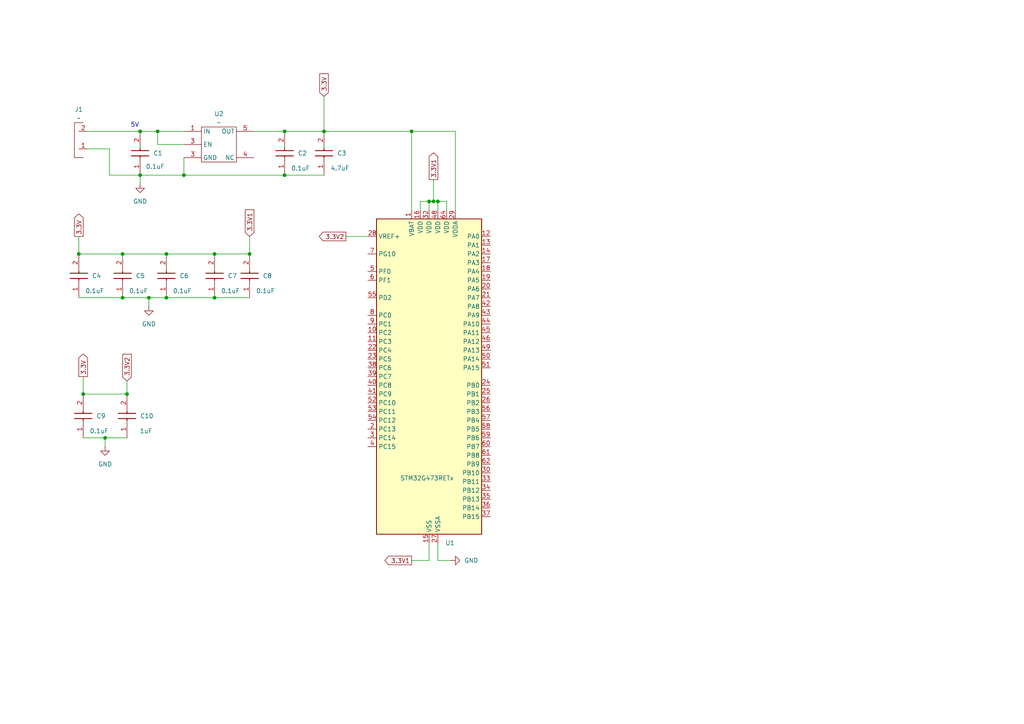
<source format=kicad_sch>
(kicad_sch (version 20250114) (generator "eeschema") (generator_version "9.0")
  (paper "A4")
  (lib_symbols
    (symbol "MCU_ST_STM32G4:STM32G473RETx"
      (property "Reference" "U" (at -15.24 46.99 0))
      (property "Value" "STM32G473RETx" (at 10.16 46.99 0))
      (symbol "STM32G473RETx_0_1"
        (rectangle (start -15.24 -45.72) (end 15.24 45.72) (stroke (width 0.254)) (fill (type background)))
      )
      (symbol "STM32G473RETx_1_1"
        (pin input line (at -17.78 40.64 0) (length 2.54) (name "VREF+") (number "28"))
        (pin bidirectional line (at -17.78 35.56 0) (length 2.54) (name "PG10") (number "7"))
        (pin bidirectional line (at -17.78 30.48 0) (length 2.54) (name "PF0") (number "5"))
        (pin bidirectional line (at -17.78 27.94 0) (length 2.54) (name "PF1") (number "6"))
        (pin bidirectional line (at -17.78 22.86 0) (length 2.54) (name "PD2") (number "55"))
        (pin bidirectional line (at -17.78 17.78 0) (length 2.54) (name "PC0") (number "8"))
        (pin bidirectional line (at -17.78 15.24 0) (length 2.54) (name "PC1") (number "9"))
        (pin bidirectional line (at -17.78 12.7 0) (length 2.54) (name "PC2") (number "10"))
        (pin bidirectional line (at -17.78 10.16 0) (length 2.54) (name "PC3") (number "11"))
        (pin bidirectional line (at -17.78 7.62 0) (length 2.54) (name "PC4") (number "22"))
        (pin bidirectional line (at -17.78 5.08 0) (length 2.54) (name "PC5") (number "23"))
        (pin bidirectional line (at -17.78 2.54 0) (length 2.54) (name "PC6") (number "38"))
        (pin bidirectional line (at -17.78 0 0) (length 2.54) (name "PC7") (number "39"))
        (pin bidirectional line (at -17.78 -2.54 0) (length 2.54) (name "PC8") (number "40"))
        (pin bidirectional line (at -17.78 -5.08 0) (length 2.54) (name "PC9") (number "41"))
        (pin bidirectional line (at -17.78 -7.62 0) (length 2.54) (name "PC10") (number "52"))
        (pin bidirectional line (at -17.78 -10.16 0) (length 2.54) (name "PC11") (number "53"))
        (pin bidirectional line (at -17.78 -12.7 0) (length 2.54) (name "PC12") (number "54"))
        (pin bidirectional line (at -17.78 -15.24 0) (length 2.54) (name "PC13") (number "2"))
        (pin bidirectional line (at -17.78 -17.78 0) (length 2.54) (name "PC14") (number "3"))
        (pin bidirectional line (at -17.78 -20.32 0) (length 2.54) (name "PC15") (number "4"))
        (pin power_in line (at -5.08 48.26 270) (length 2.54) (name "VBAT") (number "1"))
        (pin power_in line (at -2.54 48.26 270) (length 2.54) (name "VDD") (number "16"))
        (pin power_in line (at 0 48.26 270) (length 2.54) (name "VDD") (number "32"))
        (pin power_in line (at 0 -48.26 90) (length 2.54) (name "VSS") (number "15"))
        (pin passive line (at 0 -48.26 90) (length 2.54) (hide yes) (name "VSS") (number "31"))
        (pin passive line (at 0 -48.26 90) (length 2.54) (hide yes) (name "VSS") (number "47"))
        (pin passive line (at 0 -48.26 90) (length 2.54) (hide yes) (name "VSS") (number "63"))
        (pin power_in line (at 2.54 48.26 270) (length 2.54) (name "VDD") (number "48"))
        (pin power_in line (at 2.54 -48.26 90) (length 2.54) (name "VSSA") (number "27"))
        (pin power_in line (at 5.08 48.26 270) (length 2.54) (name "VDD") (number "64"))
        (pin power_in line (at 7.62 48.26 270) (length 2.54) (name "VDDA") (number "29"))
        (pin bidirectional line (at 17.78 40.64 180) (length 2.54) (name "PA0") (number "12"))
        (pin bidirectional line (at 17.78 38.1 180) (length 2.54) (name "PA1") (number "13"))
        (pin bidirectional line (at 17.78 35.56 180) (length 2.54) (name "PA2") (number "14"))
        (pin bidirectional line (at 17.78 33.02 180) (length 2.54) (name "PA3") (number "17"))
        (pin bidirectional line (at 17.78 30.48 180) (length 2.54) (name "PA4") (number "18"))
        (pin bidirectional line (at 17.78 27.94 180) (length 2.54) (name "PA5") (number "19"))
        (pin bidirectional line (at 17.78 25.4 180) (length 2.54) (name "PA6") (number "20"))
        (pin bidirectional line (at 17.78 22.86 180) (length 2.54) (name "PA7") (number "21"))
        (pin bidirectional line (at 17.78 20.32 180) (length 2.54) (name "PA8") (number "42"))
        (pin bidirectional line (at 17.78 17.78 180) (length 2.54) (name "PA9") (number "43"))
        (pin bidirectional line (at 17.78 15.24 180) (length 2.54) (name "PA10") (number "44"))
        (pin bidirectional line (at 17.78 12.7 180) (length 2.54) (name "PA11") (number "45"))
        (pin bidirectional line (at 17.78 10.16 180) (length 2.54) (name "PA12") (number "46"))
        (pin bidirectional line (at 17.78 7.62 180) (length 2.54) (name "PA13") (number "49"))
        (pin bidirectional line (at 17.78 5.08 180) (length 2.54) (name "PA14") (number "50"))
        (pin bidirectional line (at 17.78 2.54 180) (length 2.54) (name "PA15") (number "51"))
        (pin bidirectional line (at 17.78 -2.54 180) (length 2.54) (name "PB0") (number "24"))
        (pin bidirectional line (at 17.78 -5.08 180) (length 2.54) (name "PB1") (number "25"))
        (pin bidirectional line (at 17.78 -7.62 180) (length 2.54) (name "PB2") (number "26"))
        (pin bidirectional line (at 17.78 -10.16 180) (length 2.54) (name "PB3") (number "56"))
        (pin bidirectional line (at 17.78 -12.7 180) (length 2.54) (name "PB4") (number "57"))
        (pin bidirectional line (at 17.78 -15.24 180) (length 2.54) (name "PB5") (number "58"))
        (pin bidirectional line (at 17.78 -17.78 180) (length 2.54) (name "PB6") (number "59"))
        (pin bidirectional line (at 17.78 -20.32 180) (length 2.54) (name "PB7") (number "60"))
        (pin bidirectional line (at 17.78 -22.86 180) (length 2.54) (name "PB8") (number "61"))
        (pin bidirectional line (at 17.78 -25.4 180) (length 2.54) (name "PB9") (number "62"))
        (pin bidirectional line (at 17.78 -27.94 180) (length 2.54) (name "PB10") (number "30"))
        (pin bidirectional line (at 17.78 -30.48 180) (length 2.54) (name "PB11") (number "33"))
        (pin bidirectional line (at 17.78 -33.02 180) (length 2.54) (name "PB12") (number "34"))
        (pin bidirectional line (at 17.78 -35.56 180) (length 2.54) (name "PB13") (number "35"))
        (pin bidirectional line (at 17.78 -38.1 180) (length 2.54) (name "PB14") (number "36"))
        (pin bidirectional line (at 17.78 -40.64 180) (length 2.54) (name "PB15") (number "37"))
      )
    )
    (symbol "My_Lib:C - 564R60GAD10" (pin_names (hide yes))
      (property "Reference" "C" (at 5.334 6.858 0))
      (symbol "C - 564R60GAD10_1_1"
        (polyline (pts (xy 5.08 0) (xy 5.588 0)) (stroke (width 0.254)))
        (polyline (pts (xy 5.588 2.54) (xy 5.588 -2.54)) (stroke (width 0.254)))
        (polyline (pts (xy 7.112 2.54) (xy 7.112 -2.54)) (stroke (width 0.254)))
        (polyline (pts (xy 7.112 0) (xy 7.62 0)) (stroke (width 0.254)))
        (pin passive line (at 0 0 0) (length 5.08) (name "1") (number "1"))
        (pin passive line (at 12.7 0 180) (length 5.08) (name "2") (number "2"))
      )
    )
    (symbol "My_Lib:LDO_AP2112K-3.3"
      (property "Reference" "U" (at 5.08 1.27 0))
      (symbol "LDO_AP2112K-3.3_0_1"
        (rectangle (start 0 0) (end 10.16 -10.16))
      )
      (symbol "LDO_AP2112K-3.3_1_0"
        (pin input line (at -5.08 -1.27 0) (length 5.08) (name "IN") (number "1"))
        (pin input line (at -5.08 -5.08 0) (length 5.08) (name "EN") (number "3"))
        (pin input line (at -5.08 -8.89 0) (length 5.08) (name "GND") (number "3"))
        (pin output line (at 15.24 -1.27 180) (length 5.08) (name "OUT") (number "5"))
        (pin input line (at 15.24 -8.89 180) (length 5.08) (name "NC") (number "4"))
      )
    )
    (symbol "My_Lib:TB-09A"
      (property "Reference" "J1" (at 8.89 -1.27 90))
      (property "Value" "~" (at 6.35 -1.27 90))
      (symbol "TB-09A_0_1"
        (polyline (pts (xy 5.08 -2.54) (xy 5.08 0) (xy -5.08 0) (xy -5.08 -2.54)))
      )
      (symbol "TB-09A_1_1"
        (pin power_in line (at -2.54 -3.81 90) (length 2.54) (name "") (number "1"))
        (pin power_in line (at 2.54 -3.81 90) (length 2.54) (name "") (number "2"))
      )
    )
    (symbol "power:GND" (power) (pin_numbers (hide yes)) (pin_names (offset 0) (hide yes))
      (property "Value" "GND" (at 0 -3.81 0))
      (symbol "GND_0_1"
        (polyline (pts (xy 0 0) (xy 0 -1.27) (xy 1.27 -1.27) (xy 0 -2.54) (xy -1.27 -1.27) (xy 0 -1.27)))
      )
      (symbol "GND_1_1"
        (pin power_in line (at 0 0 270) (length 0) (name "~") (number "1"))
      )
    )
  )
  (text "5V" (at 39.116 36.322 0) (effects (font (size 1.27 1.27))))
  (junction (at 43.18 86.36))
  (junction (at 62.23 86.36))
  (junction (at 30.48 127))
  (junction (at 82.55 38.1))
  (junction (at 35.56 73.66))
  (junction (at 36.83 114.3))
  (junction (at 22.86 73.66))
  (junction (at 53.34 50.8))
  (junction (at 124.46 58.42))
  (junction (at 93.98 38.1))
  (junction (at 40.64 38.1))
  (junction (at 127 58.42))
  (junction (at 40.64 50.8))
  (junction (at 48.26 73.66))
  (junction (at 72.39 73.66))
  (junction (at 119.38 38.1))
  (junction (at 48.26 86.36))
  (junction (at 62.23 73.66))
  (junction (at 125.73 58.42))
  (junction (at 45.72 38.1))
  (junction (at 35.56 86.36))
  (junction (at 82.55 50.8))
  (junction (at 24.13 114.3))
  (wire (pts (xy 40.64 50.8) (xy 40.64 53.34)))
  (wire (pts (xy 48.26 86.36) (xy 62.23 86.36)))
  (wire (pts (xy 72.39 73.66) (xy 62.23 73.66)))
  (wire (pts (xy 25.4 43.18) (xy 31.75 43.18)))
  (wire (pts (xy 45.72 41.91) (xy 45.72 38.1)))
  (wire (pts (xy 53.34 41.91) (xy 45.72 41.91)))
  (wire (pts (xy 82.55 50.8) (xy 93.98 50.8)))
  (wire (pts (xy 121.92 60.96) (xy 121.92 58.42)))
  (wire (pts (xy 93.98 27.94) (xy 93.98 38.1)))
  (wire (pts (xy 22.86 86.36) (xy 35.56 86.36)))
  (wire (pts (xy 48.26 73.66) (xy 62.23 73.66)))
  (wire (pts (xy 24.13 109.22) (xy 24.13 114.3)))
  (wire (pts (xy 53.34 50.8) (xy 40.64 50.8)))
  (wire (pts (xy 125.73 52.07) (xy 125.73 58.42)))
  (wire (pts (xy 100.33 68.58) (xy 106.68 68.58)))
  (wire (pts (xy 73.66 38.1) (xy 82.55 38.1)))
  (wire (pts (xy 72.39 68.58) (xy 72.39 73.66)))
  (wire (pts (xy 62.23 86.36) (xy 72.39 86.36)))
  (wire (pts (xy 129.54 58.42) (xy 127 58.42)))
  (wire (pts (xy 40.64 38.1) (xy 45.72 38.1)))
  (wire (pts (xy 53.34 45.72) (xy 53.34 50.8)))
  (wire (pts (xy 40.64 50.8) (xy 31.75 50.8)))
  (wire (pts (xy 132.08 60.96) (xy 132.08 38.1)))
  (wire (pts (xy 124.46 162.56) (xy 124.46 157.48)))
  (wire (pts (xy 82.55 38.1) (xy 93.98 38.1)))
  (wire (pts (xy 127 162.56) (xy 127 157.48)))
  (wire (pts (xy 35.56 86.36) (xy 43.18 86.36)))
  (wire (pts (xy 119.38 162.56) (xy 124.46 162.56)))
  (wire (pts (xy 36.83 110.49) (xy 36.83 114.3)))
  (wire (pts (xy 45.72 38.1) (xy 53.34 38.1)))
  (wire (pts (xy 53.34 50.8) (xy 82.55 50.8)))
  (wire (pts (xy 119.38 38.1) (xy 132.08 38.1)))
  (wire (pts (xy 35.56 73.66) (xy 48.26 73.66)))
  (wire (pts (xy 31.75 43.18) (xy 31.75 50.8)))
  (wire (pts (xy 121.92 58.42) (xy 124.46 58.42)))
  (wire (pts (xy 127 60.96) (xy 127 58.42)))
  (wire (pts (xy 93.98 38.1) (xy 119.38 38.1)))
  (wire (pts (xy 30.48 127) (xy 30.48 129.54)))
  (wire (pts (xy 43.18 86.36) (xy 48.26 86.36)))
  (wire (pts (xy 124.46 58.42) (xy 124.46 60.96)))
  (wire (pts (xy 129.54 60.96) (xy 129.54 58.42)))
  (wire (pts (xy 119.38 38.1) (xy 119.38 60.96)))
  (wire (pts (xy 30.48 127) (xy 36.83 127)))
  (wire (pts (xy 24.13 114.3) (xy 36.83 114.3)))
  (wire (pts (xy 25.4 38.1) (xy 40.64 38.1)))
  (wire (pts (xy 130.81 162.56) (xy 127 162.56)))
  (wire (pts (xy 43.18 86.36) (xy 43.18 88.9)))
  (wire (pts (xy 125.73 58.42) (xy 124.46 58.42)))
  (wire (pts (xy 22.86 73.66) (xy 35.56 73.66)))
  (wire (pts (xy 22.86 68.58) (xy 22.86 73.66)))
  (wire (pts (xy 127 58.42) (xy 125.73 58.42)))
  (wire (pts (xy 24.13 127) (xy 30.48 127)))
  (global_label "3.3V" (shape input) (at 93.98 27.94 90) (property "Intersheetrefs" "${INTERSHEET_REFS}" (effects (hide yes))))
  (global_label "3.3V1" (shape output) (at 125.73 52.07 90) (property "Intersheetrefs" "${INTERSHEET_REFS}" (effects (hide yes))))
  (global_label "3.3V2" (shape input) (at 36.83 110.49 90) (property "Intersheetrefs" "${INTERSHEET_REFS}" (effects (hide yes))))
  (global_label "3.3V1" (shape output) (at 119.38 162.56 180) (property "Intersheetrefs" "${INTERSHEET_REFS}" (effects (hide yes))))
  (global_label "3.3V" (shape output) (at 24.13 109.22 90) (property "Intersheetrefs" "${INTERSHEET_REFS}" (effects (hide yes))))
  (global_label "3.3V" (shape output) (at 22.86 68.58 90) (property "Intersheetrefs" "${INTERSHEET_REFS}" (effects (hide yes))))
  (global_label "3.3V2" (shape output) (at 100.33 68.58 180) (property "Intersheetrefs" "${INTERSHEET_REFS}" (effects (hide yes))))
  (global_label "3.3V1" (shape input) (at 72.39 68.58 90) (property "Intersheetrefs" "${INTERSHEET_REFS}" (effects (hide yes))))
  (symbol (lib_id "My_Lib:C - 564R60GAD10") (at 82.55 50.8 90) (unit 1)
    (property "Reference" "C2" (at 86.36 44.4499 90) (effects (justify right)))
    (property "Value" "0.1uF" (at 89.916 49.53 90) (effects (justify left top)))
    (property "Footprint" "My_lib2:564R60GAD10" (effects (hide yes)))
    (property "Datasheet" "https://componentsearchengine.com/Datasheets/1/564R60GAD10.pdf" (effects (hide yes)))
    (property "Description" "Cap Ceramic Single 0.001uF 6000V Z5U 20% (10.2 X 6.9mm) Radial 9.5mm 105C Bulk" (effects (hide yes)))
    (property "Height" "10.2" (effects (hide yes)))
    (property "Manufacturer_Name" "Vishay" (effects (hide yes)))
    (property "Manufacturer_Part_Number" "564R60GAD10" (effects (hide yes)))
    (property "Mouser Part Number" "75-564R60GAD10" (effects (hide yes)))
    (property "Mouser Price/Stock" "https://www.mouser.co.uk/ProductDetail/Vishay/564R60GAD10?qs=xrnNvQC1SKQV3fR046g7Jg%3D%3D" (effects (hide yes)))
    (property "Arrow Part Number" "564R60GAD10" (effects (hide yes)))
    (property "Arrow Price/Stock" "https://www.arrow.com/en/products/564r60gad10/vishay?region=nac" (effects (hide yes)))
  )
  (symbol (lib_id "My_Lib:C - 564R60GAD10") (at 62.23 86.36 90) (unit 1)
    (property "Reference" "C7" (at 66.04 80.0099 90) (effects (justify right)))
    (property "Value" "0.1uF" (at 69.596 85.09 90) (effects (justify left top)))
    (property "Footprint" "My_lib2:564R60GAD10" (effects (hide yes)))
    (property "Datasheet" "https://componentsearchengine.com/Datasheets/1/564R60GAD10.pdf" (effects (hide yes)))
    (property "Description" "Cap Ceramic Single 0.001uF 6000V Z5U 20% (10.2 X 6.9mm) Radial 9.5mm 105C Bulk" (effects (hide yes)))
    (property "Height" "10.2" (effects (hide yes)))
    (property "Manufacturer_Name" "Vishay" (effects (hide yes)))
    (property "Manufacturer_Part_Number" "564R60GAD10" (effects (hide yes)))
    (property "Mouser Part Number" "75-564R60GAD10" (effects (hide yes)))
    (property "Mouser Price/Stock" "https://www.mouser.co.uk/ProductDetail/Vishay/564R60GAD10?qs=xrnNvQC1SKQV3fR046g7Jg%3D%3D" (effects (hide yes)))
    (property "Arrow Part Number" "564R60GAD10" (effects (hide yes)))
    (property "Arrow Price/Stock" "https://www.arrow.com/en/products/564r60gad10/vishay?region=nac" (effects (hide yes)))
  )
  (symbol (lib_id "power:GND") (at 40.64 53.34 0) (unit 1)
    (property "Reference" "#PWR01" (effects (hide yes)))
    (property "Value" "GND" (at 40.64 58.42 0))
    (property "Description" "Power symbol creates a global label with name \"GND\" , ground" (effects (hide yes)))
  )
  (symbol (lib_id "MCU_ST_STM32G4:STM32G473RETx") (at 124.46 109.22 0) (unit 1)
    (property "Reference" "U1" (at 129.1433 157.48 0) (effects (justify left)))
    (property "Value" "STM32G473RETx" (at 116.078 138.684 0) (effects (justify left)))
    (property "Footprint" "Package_QFP:LQFP-64_10x10mm_P0.5mm" (effects (hide yes)))
    (property "Datasheet" "https://www.st.com/resource/en/datasheet/stm32g473re.pdf" (effects (hide yes)))
    (property "Description" "STMicroelectronics Arm Cortex-M4 MCU, 512KB flash, 128KB RAM, 170 MHz, 1.71-3.6V, 52 GPIO, LQFP64" (effects (hide yes)))
  )
  (symbol (lib_id "My_Lib:C - 564R60GAD10") (at 35.56 86.36 90) (unit 1)
    (property "Reference" "C5" (at 39.37 80.0099 90) (effects (justify right)))
    (property "Value" "0.1uF" (at 42.926 85.09 90) (effects (justify left top)))
    (property "Footprint" "My_lib2:564R60GAD10" (effects (hide yes)))
    (property "Datasheet" "https://componentsearchengine.com/Datasheets/1/564R60GAD10.pdf" (effects (hide yes)))
    (property "Description" "Cap Ceramic Single 0.001uF 6000V Z5U 20% (10.2 X 6.9mm) Radial 9.5mm 105C Bulk" (effects (hide yes)))
    (property "Height" "10.2" (effects (hide yes)))
    (property "Manufacturer_Name" "Vishay" (effects (hide yes)))
    (property "Manufacturer_Part_Number" "564R60GAD10" (effects (hide yes)))
    (property "Mouser Part Number" "75-564R60GAD10" (effects (hide yes)))
    (property "Mouser Price/Stock" "https://www.mouser.co.uk/ProductDetail/Vishay/564R60GAD10?qs=xrnNvQC1SKQV3fR046g7Jg%3D%3D" (effects (hide yes)))
    (property "Arrow Part Number" "564R60GAD10" (effects (hide yes)))
    (property "Arrow Price/Stock" "https://www.arrow.com/en/products/564r60gad10/vishay?region=nac" (effects (hide yes)))
  )
  (symbol (lib_id "My_Lib:C - 564R60GAD10") (at 72.39 86.36 90) (unit 1)
    (property "Reference" "C8" (at 76.2 80.0099 90) (effects (justify right)))
    (property "Value" "0.1uF" (at 79.756 85.09 90) (effects (justify left top)))
    (property "Footprint" "My_lib2:564R60GAD10" (effects (hide yes)))
    (property "Datasheet" "https://componentsearchengine.com/Datasheets/1/564R60GAD10.pdf" (effects (hide yes)))
    (property "Description" "Cap Ceramic Single 0.001uF 6000V Z5U 20% (10.2 X 6.9mm) Radial 9.5mm 105C Bulk" (effects (hide yes)))
    (property "Height" "10.2" (effects (hide yes)))
    (property "Manufacturer_Name" "Vishay" (effects (hide yes)))
    (property "Manufacturer_Part_Number" "564R60GAD10" (effects (hide yes)))
    (property "Mouser Part Number" "75-564R60GAD10" (effects (hide yes)))
    (property "Mouser Price/Stock" "https://www.mouser.co.uk/ProductDetail/Vishay/564R60GAD10?qs=xrnNvQC1SKQV3fR046g7Jg%3D%3D" (effects (hide yes)))
    (property "Arrow Part Number" "564R60GAD10" (effects (hide yes)))
    (property "Arrow Price/Stock" "https://www.arrow.com/en/products/564r60gad10/vishay?region=nac" (effects (hide yes)))
  )
  (symbol (lib_id "power:GND") (at 30.48 129.54 0) (unit 1)
    (property "Reference" "#PWR04" (effects (hide yes)))
    (property "Value" "GND" (at 30.48 134.62 0))
    (property "Description" "Power symbol creates a global label with name \"GND\" , ground" (effects (hide yes)))
  )
  (symbol (lib_id "My_Lib:C - 564R60GAD10") (at 48.26 86.36 90) (unit 1)
    (property "Reference" "C6" (at 52.07 80.0099 90) (effects (justify right)))
    (property "Value" "0.1uF" (at 55.626 85.09 90) (effects (justify left top)))
    (property "Footprint" "My_lib2:564R60GAD10" (effects (hide yes)))
    (property "Datasheet" "https://componentsearchengine.com/Datasheets/1/564R60GAD10.pdf" (effects (hide yes)))
    (property "Description" "Cap Ceramic Single 0.001uF 6000V Z5U 20% (10.2 X 6.9mm) Radial 9.5mm 105C Bulk" (effects (hide yes)))
    (property "Height" "10.2" (effects (hide yes)))
    (property "Manufacturer_Name" "Vishay" (effects (hide yes)))
    (property "Manufacturer_Part_Number" "564R60GAD10" (effects (hide yes)))
    (property "Mouser Part Number" "75-564R60GAD10" (effects (hide yes)))
    (property "Mouser Price/Stock" "https://www.mouser.co.uk/ProductDetail/Vishay/564R60GAD10?qs=xrnNvQC1SKQV3fR046g7Jg%3D%3D" (effects (hide yes)))
    (property "Arrow Part Number" "564R60GAD10" (effects (hide yes)))
    (property "Arrow Price/Stock" "https://www.arrow.com/en/products/564r60gad10/vishay?region=nac" (effects (hide yes)))
  )
  (symbol (lib_id "power:GND") (at 130.81 162.56 90) (unit 1)
    (property "Reference" "#PWR03" (effects (hide yes)))
    (property "Value" "GND" (at 134.62 162.5599 90) (effects (justify right)))
    (property "Description" "Power symbol creates a global label with name \"GND\" , ground" (effects (hide yes)))
  )
  (symbol (lib_id "My_Lib:C - 564R60GAD10") (at 40.64 50.8 90) (unit 1)
    (property "Reference" "C1" (at 44.45 44.4499 90) (effects (justify right)))
    (property "Value" "0.1uF" (at 47.752 49.022 90) (effects (justify left top)))
    (property "Footprint" "My_lib2:564R60GAD10" (effects (hide yes)))
    (property "Datasheet" "https://componentsearchengine.com/Datasheets/1/564R60GAD10.pdf" (effects (hide yes)))
    (property "Description" "Cap Ceramic Single 0.001uF 6000V Z5U 20% (10.2 X 6.9mm) Radial 9.5mm 105C Bulk" (effects (hide yes)))
    (property "Height" "10.2" (effects (hide yes)))
    (property "Manufacturer_Name" "Vishay" (effects (hide yes)))
    (property "Manufacturer_Part_Number" "564R60GAD10" (effects (hide yes)))
    (property "Mouser Part Number" "75-564R60GAD10" (effects (hide yes)))
    (property "Mouser Price/Stock" "https://www.mouser.co.uk/ProductDetail/Vishay/564R60GAD10?qs=xrnNvQC1SKQV3fR046g7Jg%3D%3D" (effects (hide yes)))
    (property "Arrow Part Number" "564R60GAD10" (effects (hide yes)))
    (property "Arrow Price/Stock" "https://www.arrow.com/en/products/564r60gad10/vishay?region=nac" (effects (hide yes)))
  )
  (symbol (lib_id "My_Lib:TB-09A") (at 21.59 40.64 90) (unit 1)
    (property "Reference" "J1" (at 22.86 31.75 90))
    (property "Value" "~" (at 22.86 34.29 90))
    (property "Footprint" "My_lib2:TB-09A" (effects (hide yes)))
    (property "Description" "Винтовой разъем на плату" (effects (hide yes)))
  )
  (symbol (lib_id "My_Lib:LDO_AP2112K-3.3") (at 58.42 36.83 0) (unit 1)
    (property "Reference" "U2" (at 63.5 33.02 0))
    (property "Value" "~" (at 63.5 35.56 0))
  )
  (symbol (lib_id "My_Lib:C - 564R60GAD10") (at 24.13 127 90) (unit 1)
    (property "Reference" "C9" (at 27.94 120.6499 90) (effects (justify right)))
    (property "Value" "0.1uF" (at 31.496 125.73 90) (effects (justify left top)))
    (property "Footprint" "My_lib2:564R60GAD10" (effects (hide yes)))
    (property "Datasheet" "https://componentsearchengine.com/Datasheets/1/564R60GAD10.pdf" (effects (hide yes)))
    (property "Description" "Cap Ceramic Single 0.001uF 6000V Z5U 20% (10.2 X 6.9mm) Radial 9.5mm 105C Bulk" (effects (hide yes)))
    (property "Height" "10.2" (effects (hide yes)))
    (property "Manufacturer_Name" "Vishay" (effects (hide yes)))
    (property "Manufacturer_Part_Number" "564R60GAD10" (effects (hide yes)))
    (property "Mouser Part Number" "75-564R60GAD10" (effects (hide yes)))
    (property "Mouser Price/Stock" "https://www.mouser.co.uk/ProductDetail/Vishay/564R60GAD10?qs=xrnNvQC1SKQV3fR046g7Jg%3D%3D" (effects (hide yes)))
    (property "Arrow Part Number" "564R60GAD10" (effects (hide yes)))
    (property "Arrow Price/Stock" "https://www.arrow.com/en/products/564r60gad10/vishay?region=nac" (effects (hide yes)))
  )
  (symbol (lib_id "power:GND") (at 43.18 88.9 0) (unit 1)
    (property "Reference" "#PWR02" (effects (hide yes)))
    (property "Value" "GND" (at 43.18 93.98 0))
    (property "Description" "Power symbol creates a global label with name \"GND\" , ground" (effects (hide yes)))
  )
  (symbol (lib_id "My_Lib:C - 564R60GAD10") (at 36.83 127 90) (unit 1)
    (property "Reference" "C10" (at 40.64 120.6499 90) (effects (justify right)))
    (property "Value" "1uF" (at 44.196 125.73 90) (effects (justify left top)))
    (property "Footprint" "My_lib2:564R60GAD10" (effects (hide yes)))
    (property "Datasheet" "https://componentsearchengine.com/Datasheets/1/564R60GAD10.pdf" (effects (hide yes)))
    (property "Description" "Cap Ceramic Single 0.001uF 6000V Z5U 20% (10.2 X 6.9mm) Radial 9.5mm 105C Bulk" (effects (hide yes)))
    (property "Height" "10.2" (effects (hide yes)))
    (property "Manufacturer_Name" "Vishay" (effects (hide yes)))
    (property "Manufacturer_Part_Number" "564R60GAD10" (effects (hide yes)))
    (property "Mouser Part Number" "75-564R60GAD10" (effects (hide yes)))
    (property "Mouser Price/Stock" "https://www.mouser.co.uk/ProductDetail/Vishay/564R60GAD10?qs=xrnNvQC1SKQV3fR046g7Jg%3D%3D" (effects (hide yes)))
    (property "Arrow Part Number" "564R60GAD10" (effects (hide yes)))
    (property "Arrow Price/Stock" "https://www.arrow.com/en/products/564r60gad10/vishay?region=nac" (effects (hide yes)))
  )
  (symbol (lib_id "My_Lib:C - 564R60GAD10") (at 93.98 50.8 90) (unit 1)
    (property "Reference" "C3" (at 97.79 44.4499 90) (effects (justify right)))
    (property "Value" "4.7uF" (at 101.346 49.53 90) (effects (justify left top)))
    (property "Footprint" "My_lib2:564R60GAD10" (effects (hide yes)))
    (property "Datasheet" "https://componentsearchengine.com/Datasheets/1/564R60GAD10.pdf" (effects (hide yes)))
    (property "Description" "Cap Ceramic Single 0.001uF 6000V Z5U 20% (10.2 X 6.9mm) Radial 9.5mm 105C Bulk" (effects (hide yes)))
    (property "Height" "10.2" (effects (hide yes)))
    (property "Manufacturer_Name" "Vishay" (effects (hide yes)))
    (property "Manufacturer_Part_Number" "564R60GAD10" (effects (hide yes)))
    (property "Mouser Part Number" "75-564R60GAD10" (effects (hide yes)))
    (property "Mouser Price/Stock" "https://www.mouser.co.uk/ProductDetail/Vishay/564R60GAD10?qs=xrnNvQC1SKQV3fR046g7Jg%3D%3D" (effects (hide yes)))
    (property "Arrow Part Number" "564R60GAD10" (effects (hide yes)))
    (property "Arrow Price/Stock" "https://www.arrow.com/en/products/564r60gad10/vishay?region=nac" (effects (hide yes)))
  )
  (symbol (lib_id "My_Lib:C - 564R60GAD10") (at 22.86 86.36 90) (unit 1)
    (property "Reference" "C4" (at 26.67 80.0099 90) (effects (justify right)))
    (property "Value" "0.1uF" (at 30.226 85.09 90) (effects (justify left top)))
    (property "Footprint" "My_lib2:564R60GAD10" (effects (hide yes)))
    (property "Datasheet" "https://componentsearchengine.com/Datasheets/1/564R60GAD10.pdf" (effects (hide yes)))
    (property "Description" "Cap Ceramic Single 0.001uF 6000V Z5U 20% (10.2 X 6.9mm) Radial 9.5mm 105C Bulk" (effects (hide yes)))
    (property "Height" "10.2" (effects (hide yes)))
    (property "Manufacturer_Name" "Vishay" (effects (hide yes)))
    (property "Manufacturer_Part_Number" "564R60GAD10" (effects (hide yes)))
    (property "Mouser Part Number" "75-564R60GAD10" (effects (hide yes)))
    (property "Mouser Price/Stock" "https://www.mouser.co.uk/ProductDetail/Vishay/564R60GAD10?qs=xrnNvQC1SKQV3fR046g7Jg%3D%3D" (effects (hide yes)))
    (property "Arrow Part Number" "564R60GAD10" (effects (hide yes)))
    (property "Arrow Price/Stock" "https://www.arrow.com/en/products/564r60gad10/vishay?region=nac" (effects (hide yes)))
  )
)
</source>
